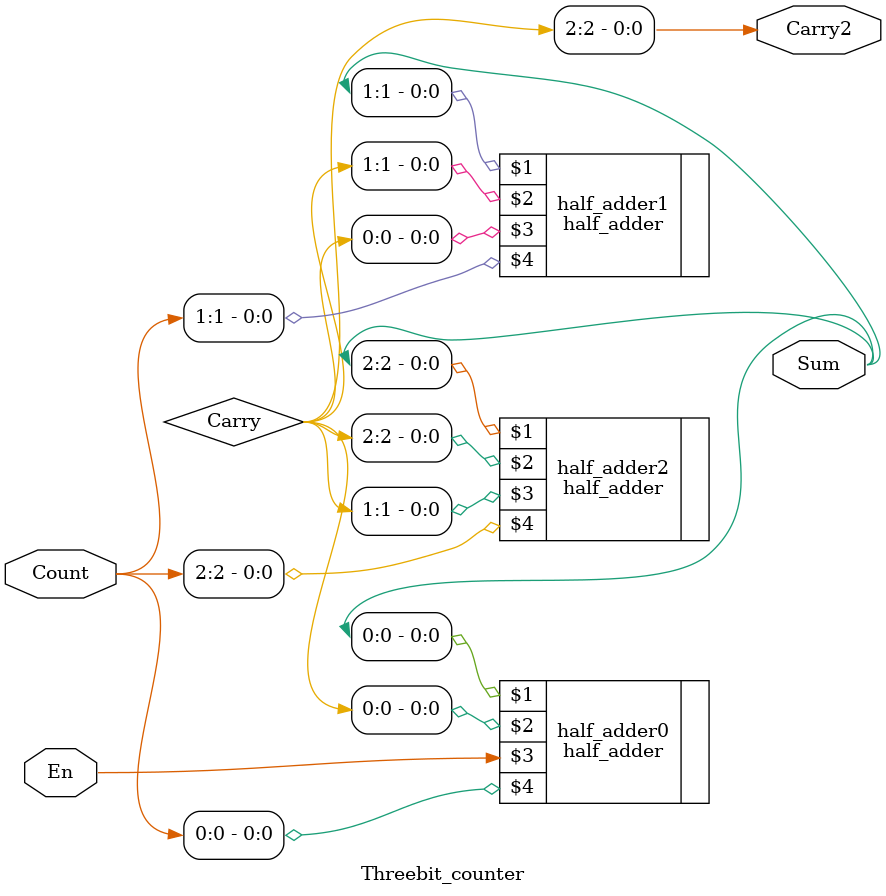
<source format=v>
`timescale 1 ns / 1 ps //1nsdelay unit
`default_nettype none
module up_counter(Count, Carry2, En, Clk, Rst);

input wire En, Clk, Rst;
output reg [2:0] Count;
output wire Carry2;

wire [2:0] Carry, Sum; //intermediate nets

//Half adders instantiated to produce outputs
Threebit_counter UC1(Sum, Carry2, Count, En);



always@(posedge Clk or posedge Rst)
    if (Rst)
        Count <=0;//Reset Count
    else
        Count <= Sum;
        
endmodule

module Threebit_counter(Sum, Carry2, Count, En);

    input wire En;
    input wire [2:0] Count;
    output [2:0]Sum;
    output wire Carry2;
    wire [2:0] Carry;
    half_adder half_adder0(Sum[0], Carry[0], En, Count[0]);
    half_adder half_adder1(Sum[1], Carry[1], Carry[0], Count[1]);
    half_adder half_adder2(Sum[2], Carry[2], Carry[1], Count[2]);

    assign Carry2 = Carry[2];
  
endmodule
    
</source>
